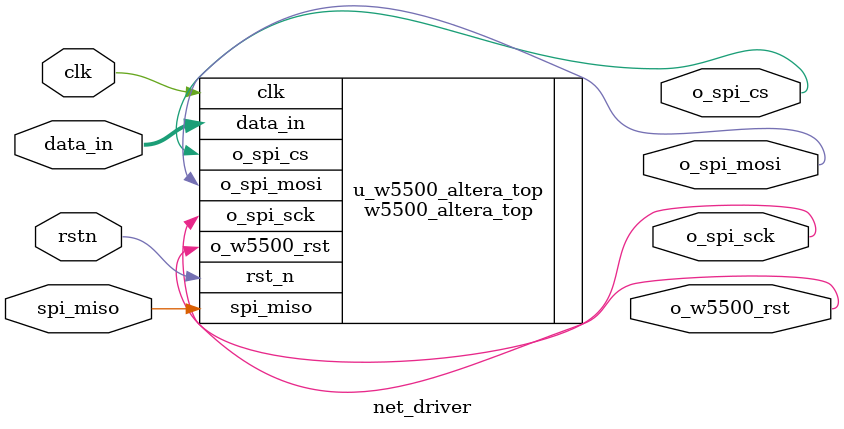
<source format=v>
module net_driver (
    	input 					clk			,
		input 					rstn		,
		input 					spi_miso	,
        input   wire	[18:00]	data_in		,

		output 					o_spi_cs	,
		output 					o_spi_sck	,
		output 					o_spi_mosi	,
		output 					o_w5500_rst	
		
);

	// localparam	

    w5500_altera_top u_w5500_altera_top(
		.clk			(clk            ),
		.rst_n			(rstn           ),
		.spi_miso		(spi_miso       ),
        .data_in        (data_in	    ),

		.o_spi_cs		(o_spi_cs       ),
		.o_spi_sck	    (o_spi_sck      ),
		.o_spi_mosi	    (o_spi_mosi     ),
		.o_w5500_rst    (o_w5500_rst    )
	);



endmodule //net_driver
</source>
